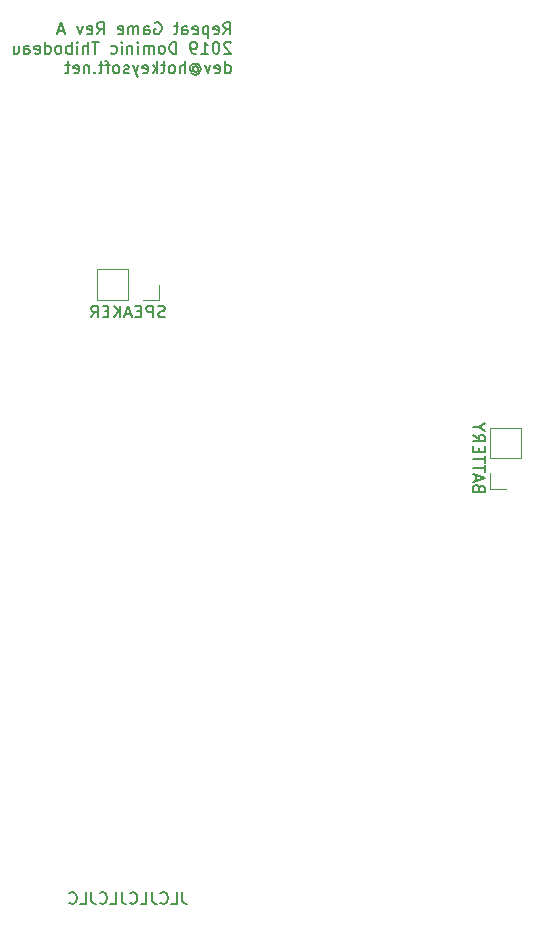
<source format=gbr>
G04 #@! TF.GenerationSoftware,KiCad,Pcbnew,(5.1.4)-1*
G04 #@! TF.CreationDate,2019-10-23T12:43:35-04:00*
G04 #@! TF.ProjectId,RepeatGame,52657065-6174-4476-916d-652e6b696361,A*
G04 #@! TF.SameCoordinates,Original*
G04 #@! TF.FileFunction,Legend,Bot*
G04 #@! TF.FilePolarity,Positive*
%FSLAX46Y46*%
G04 Gerber Fmt 4.6, Leading zero omitted, Abs format (unit mm)*
G04 Created by KiCad (PCBNEW (5.1.4)-1) date 2019-10-23 12:43:35*
%MOMM*%
%LPD*%
G04 APERTURE LIST*
%ADD10C,0.150000*%
%ADD11C,0.120000*%
G04 APERTURE END LIST*
D10*
X139619047Y-106452380D02*
X139619047Y-107166666D01*
X139666666Y-107309523D01*
X139761904Y-107404761D01*
X139904761Y-107452380D01*
X140000000Y-107452380D01*
X138666666Y-107452380D02*
X139142857Y-107452380D01*
X139142857Y-106452380D01*
X137761904Y-107357142D02*
X137809523Y-107404761D01*
X137952380Y-107452380D01*
X138047619Y-107452380D01*
X138190476Y-107404761D01*
X138285714Y-107309523D01*
X138333333Y-107214285D01*
X138380952Y-107023809D01*
X138380952Y-106880952D01*
X138333333Y-106690476D01*
X138285714Y-106595238D01*
X138190476Y-106500000D01*
X138047619Y-106452380D01*
X137952380Y-106452380D01*
X137809523Y-106500000D01*
X137761904Y-106547619D01*
X137047619Y-106452380D02*
X137047619Y-107166666D01*
X137095238Y-107309523D01*
X137190476Y-107404761D01*
X137333333Y-107452380D01*
X137428571Y-107452380D01*
X136095238Y-107452380D02*
X136571428Y-107452380D01*
X136571428Y-106452380D01*
X135190476Y-107357142D02*
X135238095Y-107404761D01*
X135380952Y-107452380D01*
X135476190Y-107452380D01*
X135619047Y-107404761D01*
X135714285Y-107309523D01*
X135761904Y-107214285D01*
X135809523Y-107023809D01*
X135809523Y-106880952D01*
X135761904Y-106690476D01*
X135714285Y-106595238D01*
X135619047Y-106500000D01*
X135476190Y-106452380D01*
X135380952Y-106452380D01*
X135238095Y-106500000D01*
X135190476Y-106547619D01*
X134476190Y-106452380D02*
X134476190Y-107166666D01*
X134523809Y-107309523D01*
X134619047Y-107404761D01*
X134761904Y-107452380D01*
X134857142Y-107452380D01*
X133523809Y-107452380D02*
X134000000Y-107452380D01*
X134000000Y-106452380D01*
X132619047Y-107357142D02*
X132666666Y-107404761D01*
X132809523Y-107452380D01*
X132904761Y-107452380D01*
X133047619Y-107404761D01*
X133142857Y-107309523D01*
X133190476Y-107214285D01*
X133238095Y-107023809D01*
X133238095Y-106880952D01*
X133190476Y-106690476D01*
X133142857Y-106595238D01*
X133047619Y-106500000D01*
X132904761Y-106452380D01*
X132809523Y-106452380D01*
X132666666Y-106500000D01*
X132619047Y-106547619D01*
X131904761Y-106452380D02*
X131904761Y-107166666D01*
X131952380Y-107309523D01*
X132047619Y-107404761D01*
X132190476Y-107452380D01*
X132285714Y-107452380D01*
X130952380Y-107452380D02*
X131428571Y-107452380D01*
X131428571Y-106452380D01*
X130047619Y-107357142D02*
X130095238Y-107404761D01*
X130238095Y-107452380D01*
X130333333Y-107452380D01*
X130476190Y-107404761D01*
X130571428Y-107309523D01*
X130619047Y-107214285D01*
X130666666Y-107023809D01*
X130666666Y-106880952D01*
X130619047Y-106690476D01*
X130571428Y-106595238D01*
X130476190Y-106500000D01*
X130333333Y-106452380D01*
X130238095Y-106452380D01*
X130095238Y-106500000D01*
X130047619Y-106547619D01*
X143092976Y-33802380D02*
X143426309Y-33326190D01*
X143664404Y-33802380D02*
X143664404Y-32802380D01*
X143283452Y-32802380D01*
X143188214Y-32850000D01*
X143140595Y-32897619D01*
X143092976Y-32992857D01*
X143092976Y-33135714D01*
X143140595Y-33230952D01*
X143188214Y-33278571D01*
X143283452Y-33326190D01*
X143664404Y-33326190D01*
X142283452Y-33754761D02*
X142378690Y-33802380D01*
X142569166Y-33802380D01*
X142664404Y-33754761D01*
X142712023Y-33659523D01*
X142712023Y-33278571D01*
X142664404Y-33183333D01*
X142569166Y-33135714D01*
X142378690Y-33135714D01*
X142283452Y-33183333D01*
X142235833Y-33278571D01*
X142235833Y-33373809D01*
X142712023Y-33469047D01*
X141807261Y-33135714D02*
X141807261Y-34135714D01*
X141807261Y-33183333D02*
X141712023Y-33135714D01*
X141521547Y-33135714D01*
X141426309Y-33183333D01*
X141378690Y-33230952D01*
X141331071Y-33326190D01*
X141331071Y-33611904D01*
X141378690Y-33707142D01*
X141426309Y-33754761D01*
X141521547Y-33802380D01*
X141712023Y-33802380D01*
X141807261Y-33754761D01*
X140521547Y-33754761D02*
X140616785Y-33802380D01*
X140807261Y-33802380D01*
X140902500Y-33754761D01*
X140950119Y-33659523D01*
X140950119Y-33278571D01*
X140902500Y-33183333D01*
X140807261Y-33135714D01*
X140616785Y-33135714D01*
X140521547Y-33183333D01*
X140473928Y-33278571D01*
X140473928Y-33373809D01*
X140950119Y-33469047D01*
X139616785Y-33802380D02*
X139616785Y-33278571D01*
X139664404Y-33183333D01*
X139759642Y-33135714D01*
X139950119Y-33135714D01*
X140045357Y-33183333D01*
X139616785Y-33754761D02*
X139712023Y-33802380D01*
X139950119Y-33802380D01*
X140045357Y-33754761D01*
X140092976Y-33659523D01*
X140092976Y-33564285D01*
X140045357Y-33469047D01*
X139950119Y-33421428D01*
X139712023Y-33421428D01*
X139616785Y-33373809D01*
X139283452Y-33135714D02*
X138902500Y-33135714D01*
X139140595Y-32802380D02*
X139140595Y-33659523D01*
X139092976Y-33754761D01*
X138997738Y-33802380D01*
X138902500Y-33802380D01*
X137283452Y-32850000D02*
X137378690Y-32802380D01*
X137521547Y-32802380D01*
X137664404Y-32850000D01*
X137759642Y-32945238D01*
X137807261Y-33040476D01*
X137854880Y-33230952D01*
X137854880Y-33373809D01*
X137807261Y-33564285D01*
X137759642Y-33659523D01*
X137664404Y-33754761D01*
X137521547Y-33802380D01*
X137426309Y-33802380D01*
X137283452Y-33754761D01*
X137235833Y-33707142D01*
X137235833Y-33373809D01*
X137426309Y-33373809D01*
X136378690Y-33802380D02*
X136378690Y-33278571D01*
X136426309Y-33183333D01*
X136521547Y-33135714D01*
X136712023Y-33135714D01*
X136807261Y-33183333D01*
X136378690Y-33754761D02*
X136473928Y-33802380D01*
X136712023Y-33802380D01*
X136807261Y-33754761D01*
X136854880Y-33659523D01*
X136854880Y-33564285D01*
X136807261Y-33469047D01*
X136712023Y-33421428D01*
X136473928Y-33421428D01*
X136378690Y-33373809D01*
X135902500Y-33802380D02*
X135902500Y-33135714D01*
X135902500Y-33230952D02*
X135854880Y-33183333D01*
X135759642Y-33135714D01*
X135616785Y-33135714D01*
X135521547Y-33183333D01*
X135473928Y-33278571D01*
X135473928Y-33802380D01*
X135473928Y-33278571D02*
X135426309Y-33183333D01*
X135331071Y-33135714D01*
X135188214Y-33135714D01*
X135092976Y-33183333D01*
X135045357Y-33278571D01*
X135045357Y-33802380D01*
X134188214Y-33754761D02*
X134283452Y-33802380D01*
X134473928Y-33802380D01*
X134569166Y-33754761D01*
X134616785Y-33659523D01*
X134616785Y-33278571D01*
X134569166Y-33183333D01*
X134473928Y-33135714D01*
X134283452Y-33135714D01*
X134188214Y-33183333D01*
X134140595Y-33278571D01*
X134140595Y-33373809D01*
X134616785Y-33469047D01*
X132378690Y-33802380D02*
X132712023Y-33326190D01*
X132950119Y-33802380D02*
X132950119Y-32802380D01*
X132569166Y-32802380D01*
X132473928Y-32850000D01*
X132426309Y-32897619D01*
X132378690Y-32992857D01*
X132378690Y-33135714D01*
X132426309Y-33230952D01*
X132473928Y-33278571D01*
X132569166Y-33326190D01*
X132950119Y-33326190D01*
X131569166Y-33754761D02*
X131664404Y-33802380D01*
X131854880Y-33802380D01*
X131950119Y-33754761D01*
X131997738Y-33659523D01*
X131997738Y-33278571D01*
X131950119Y-33183333D01*
X131854880Y-33135714D01*
X131664404Y-33135714D01*
X131569166Y-33183333D01*
X131521547Y-33278571D01*
X131521547Y-33373809D01*
X131997738Y-33469047D01*
X131188214Y-33135714D02*
X130950119Y-33802380D01*
X130712023Y-33135714D01*
X129616785Y-33516666D02*
X129140595Y-33516666D01*
X129712023Y-33802380D02*
X129378690Y-32802380D01*
X129045357Y-33802380D01*
X143712023Y-34547619D02*
X143664404Y-34500000D01*
X143569166Y-34452380D01*
X143331071Y-34452380D01*
X143235833Y-34500000D01*
X143188214Y-34547619D01*
X143140595Y-34642857D01*
X143140595Y-34738095D01*
X143188214Y-34880952D01*
X143759642Y-35452380D01*
X143140595Y-35452380D01*
X142521547Y-34452380D02*
X142426309Y-34452380D01*
X142331071Y-34500000D01*
X142283452Y-34547619D01*
X142235833Y-34642857D01*
X142188214Y-34833333D01*
X142188214Y-35071428D01*
X142235833Y-35261904D01*
X142283452Y-35357142D01*
X142331071Y-35404761D01*
X142426309Y-35452380D01*
X142521547Y-35452380D01*
X142616785Y-35404761D01*
X142664404Y-35357142D01*
X142712023Y-35261904D01*
X142759642Y-35071428D01*
X142759642Y-34833333D01*
X142712023Y-34642857D01*
X142664404Y-34547619D01*
X142616785Y-34500000D01*
X142521547Y-34452380D01*
X141235833Y-35452380D02*
X141807261Y-35452380D01*
X141521547Y-35452380D02*
X141521547Y-34452380D01*
X141616785Y-34595238D01*
X141712023Y-34690476D01*
X141807261Y-34738095D01*
X140759642Y-35452380D02*
X140569166Y-35452380D01*
X140473928Y-35404761D01*
X140426309Y-35357142D01*
X140331071Y-35214285D01*
X140283452Y-35023809D01*
X140283452Y-34642857D01*
X140331071Y-34547619D01*
X140378690Y-34500000D01*
X140473928Y-34452380D01*
X140664404Y-34452380D01*
X140759642Y-34500000D01*
X140807261Y-34547619D01*
X140854880Y-34642857D01*
X140854880Y-34880952D01*
X140807261Y-34976190D01*
X140759642Y-35023809D01*
X140664404Y-35071428D01*
X140473928Y-35071428D01*
X140378690Y-35023809D01*
X140331071Y-34976190D01*
X140283452Y-34880952D01*
X139092976Y-35452380D02*
X139092976Y-34452380D01*
X138854880Y-34452380D01*
X138712023Y-34500000D01*
X138616785Y-34595238D01*
X138569166Y-34690476D01*
X138521547Y-34880952D01*
X138521547Y-35023809D01*
X138569166Y-35214285D01*
X138616785Y-35309523D01*
X138712023Y-35404761D01*
X138854880Y-35452380D01*
X139092976Y-35452380D01*
X137950119Y-35452380D02*
X138045357Y-35404761D01*
X138092976Y-35357142D01*
X138140595Y-35261904D01*
X138140595Y-34976190D01*
X138092976Y-34880952D01*
X138045357Y-34833333D01*
X137950119Y-34785714D01*
X137807261Y-34785714D01*
X137712023Y-34833333D01*
X137664404Y-34880952D01*
X137616785Y-34976190D01*
X137616785Y-35261904D01*
X137664404Y-35357142D01*
X137712023Y-35404761D01*
X137807261Y-35452380D01*
X137950119Y-35452380D01*
X137188214Y-35452380D02*
X137188214Y-34785714D01*
X137188214Y-34880952D02*
X137140595Y-34833333D01*
X137045357Y-34785714D01*
X136902500Y-34785714D01*
X136807261Y-34833333D01*
X136759642Y-34928571D01*
X136759642Y-35452380D01*
X136759642Y-34928571D02*
X136712023Y-34833333D01*
X136616785Y-34785714D01*
X136473928Y-34785714D01*
X136378690Y-34833333D01*
X136331071Y-34928571D01*
X136331071Y-35452380D01*
X135854880Y-35452380D02*
X135854880Y-34785714D01*
X135854880Y-34452380D02*
X135902500Y-34500000D01*
X135854880Y-34547619D01*
X135807261Y-34500000D01*
X135854880Y-34452380D01*
X135854880Y-34547619D01*
X135378690Y-34785714D02*
X135378690Y-35452380D01*
X135378690Y-34880952D02*
X135331071Y-34833333D01*
X135235833Y-34785714D01*
X135092976Y-34785714D01*
X134997738Y-34833333D01*
X134950119Y-34928571D01*
X134950119Y-35452380D01*
X134473928Y-35452380D02*
X134473928Y-34785714D01*
X134473928Y-34452380D02*
X134521547Y-34500000D01*
X134473928Y-34547619D01*
X134426309Y-34500000D01*
X134473928Y-34452380D01*
X134473928Y-34547619D01*
X133569166Y-35404761D02*
X133664404Y-35452380D01*
X133854880Y-35452380D01*
X133950119Y-35404761D01*
X133997738Y-35357142D01*
X134045357Y-35261904D01*
X134045357Y-34976190D01*
X133997738Y-34880952D01*
X133950119Y-34833333D01*
X133854880Y-34785714D01*
X133664404Y-34785714D01*
X133569166Y-34833333D01*
X132521547Y-34452380D02*
X131950119Y-34452380D01*
X132235833Y-35452380D02*
X132235833Y-34452380D01*
X131616785Y-35452380D02*
X131616785Y-34452380D01*
X131188214Y-35452380D02*
X131188214Y-34928571D01*
X131235833Y-34833333D01*
X131331071Y-34785714D01*
X131473928Y-34785714D01*
X131569166Y-34833333D01*
X131616785Y-34880952D01*
X130712023Y-35452380D02*
X130712023Y-34785714D01*
X130712023Y-34452380D02*
X130759642Y-34500000D01*
X130712023Y-34547619D01*
X130664404Y-34500000D01*
X130712023Y-34452380D01*
X130712023Y-34547619D01*
X130235833Y-35452380D02*
X130235833Y-34452380D01*
X130235833Y-34833333D02*
X130140595Y-34785714D01*
X129950119Y-34785714D01*
X129854880Y-34833333D01*
X129807261Y-34880952D01*
X129759642Y-34976190D01*
X129759642Y-35261904D01*
X129807261Y-35357142D01*
X129854880Y-35404761D01*
X129950119Y-35452380D01*
X130140595Y-35452380D01*
X130235833Y-35404761D01*
X129188214Y-35452380D02*
X129283452Y-35404761D01*
X129331071Y-35357142D01*
X129378690Y-35261904D01*
X129378690Y-34976190D01*
X129331071Y-34880952D01*
X129283452Y-34833333D01*
X129188214Y-34785714D01*
X129045357Y-34785714D01*
X128950119Y-34833333D01*
X128902500Y-34880952D01*
X128854880Y-34976190D01*
X128854880Y-35261904D01*
X128902500Y-35357142D01*
X128950119Y-35404761D01*
X129045357Y-35452380D01*
X129188214Y-35452380D01*
X127997738Y-35452380D02*
X127997738Y-34452380D01*
X127997738Y-35404761D02*
X128092976Y-35452380D01*
X128283452Y-35452380D01*
X128378690Y-35404761D01*
X128426309Y-35357142D01*
X128473928Y-35261904D01*
X128473928Y-34976190D01*
X128426309Y-34880952D01*
X128378690Y-34833333D01*
X128283452Y-34785714D01*
X128092976Y-34785714D01*
X127997738Y-34833333D01*
X127140595Y-35404761D02*
X127235833Y-35452380D01*
X127426309Y-35452380D01*
X127521547Y-35404761D01*
X127569166Y-35309523D01*
X127569166Y-34928571D01*
X127521547Y-34833333D01*
X127426309Y-34785714D01*
X127235833Y-34785714D01*
X127140595Y-34833333D01*
X127092976Y-34928571D01*
X127092976Y-35023809D01*
X127569166Y-35119047D01*
X126235833Y-35452380D02*
X126235833Y-34928571D01*
X126283452Y-34833333D01*
X126378690Y-34785714D01*
X126569166Y-34785714D01*
X126664404Y-34833333D01*
X126235833Y-35404761D02*
X126331071Y-35452380D01*
X126569166Y-35452380D01*
X126664404Y-35404761D01*
X126712023Y-35309523D01*
X126712023Y-35214285D01*
X126664404Y-35119047D01*
X126569166Y-35071428D01*
X126331071Y-35071428D01*
X126235833Y-35023809D01*
X125331071Y-34785714D02*
X125331071Y-35452380D01*
X125759642Y-34785714D02*
X125759642Y-35309523D01*
X125712023Y-35404761D01*
X125616785Y-35452380D01*
X125473928Y-35452380D01*
X125378690Y-35404761D01*
X125331071Y-35357142D01*
X143235833Y-37102380D02*
X143235833Y-36102380D01*
X143235833Y-37054761D02*
X143331071Y-37102380D01*
X143521547Y-37102380D01*
X143616785Y-37054761D01*
X143664404Y-37007142D01*
X143712023Y-36911904D01*
X143712023Y-36626190D01*
X143664404Y-36530952D01*
X143616785Y-36483333D01*
X143521547Y-36435714D01*
X143331071Y-36435714D01*
X143235833Y-36483333D01*
X142378690Y-37054761D02*
X142473928Y-37102380D01*
X142664404Y-37102380D01*
X142759642Y-37054761D01*
X142807261Y-36959523D01*
X142807261Y-36578571D01*
X142759642Y-36483333D01*
X142664404Y-36435714D01*
X142473928Y-36435714D01*
X142378690Y-36483333D01*
X142331071Y-36578571D01*
X142331071Y-36673809D01*
X142807261Y-36769047D01*
X141997738Y-36435714D02*
X141759642Y-37102380D01*
X141521547Y-36435714D01*
X140521547Y-36626190D02*
X140569166Y-36578571D01*
X140664404Y-36530952D01*
X140759642Y-36530952D01*
X140854880Y-36578571D01*
X140902500Y-36626190D01*
X140950119Y-36721428D01*
X140950119Y-36816666D01*
X140902500Y-36911904D01*
X140854880Y-36959523D01*
X140759642Y-37007142D01*
X140664404Y-37007142D01*
X140569166Y-36959523D01*
X140521547Y-36911904D01*
X140521547Y-36530952D02*
X140521547Y-36911904D01*
X140473928Y-36959523D01*
X140426309Y-36959523D01*
X140331071Y-36911904D01*
X140283452Y-36816666D01*
X140283452Y-36578571D01*
X140378690Y-36435714D01*
X140521547Y-36340476D01*
X140712023Y-36292857D01*
X140902500Y-36340476D01*
X141045357Y-36435714D01*
X141140595Y-36578571D01*
X141188214Y-36769047D01*
X141140595Y-36959523D01*
X141045357Y-37102380D01*
X140902500Y-37197619D01*
X140712023Y-37245238D01*
X140521547Y-37197619D01*
X140378690Y-37102380D01*
X139854880Y-37102380D02*
X139854880Y-36102380D01*
X139426309Y-37102380D02*
X139426309Y-36578571D01*
X139473928Y-36483333D01*
X139569166Y-36435714D01*
X139712023Y-36435714D01*
X139807261Y-36483333D01*
X139854880Y-36530952D01*
X138807261Y-37102380D02*
X138902500Y-37054761D01*
X138950119Y-37007142D01*
X138997738Y-36911904D01*
X138997738Y-36626190D01*
X138950119Y-36530952D01*
X138902500Y-36483333D01*
X138807261Y-36435714D01*
X138664404Y-36435714D01*
X138569166Y-36483333D01*
X138521547Y-36530952D01*
X138473928Y-36626190D01*
X138473928Y-36911904D01*
X138521547Y-37007142D01*
X138569166Y-37054761D01*
X138664404Y-37102380D01*
X138807261Y-37102380D01*
X138188214Y-36435714D02*
X137807261Y-36435714D01*
X138045357Y-36102380D02*
X138045357Y-36959523D01*
X137997738Y-37054761D01*
X137902500Y-37102380D01*
X137807261Y-37102380D01*
X137473928Y-37102380D02*
X137473928Y-36102380D01*
X137378690Y-36721428D02*
X137092976Y-37102380D01*
X137092976Y-36435714D02*
X137473928Y-36816666D01*
X136283452Y-37054761D02*
X136378690Y-37102380D01*
X136569166Y-37102380D01*
X136664404Y-37054761D01*
X136712023Y-36959523D01*
X136712023Y-36578571D01*
X136664404Y-36483333D01*
X136569166Y-36435714D01*
X136378690Y-36435714D01*
X136283452Y-36483333D01*
X136235833Y-36578571D01*
X136235833Y-36673809D01*
X136712023Y-36769047D01*
X135902500Y-36435714D02*
X135664404Y-37102380D01*
X135426309Y-36435714D02*
X135664404Y-37102380D01*
X135759642Y-37340476D01*
X135807261Y-37388095D01*
X135902500Y-37435714D01*
X135092976Y-37054761D02*
X134997738Y-37102380D01*
X134807261Y-37102380D01*
X134712023Y-37054761D01*
X134664404Y-36959523D01*
X134664404Y-36911904D01*
X134712023Y-36816666D01*
X134807261Y-36769047D01*
X134950119Y-36769047D01*
X135045357Y-36721428D01*
X135092976Y-36626190D01*
X135092976Y-36578571D01*
X135045357Y-36483333D01*
X134950119Y-36435714D01*
X134807261Y-36435714D01*
X134712023Y-36483333D01*
X134092976Y-37102380D02*
X134188214Y-37054761D01*
X134235833Y-37007142D01*
X134283452Y-36911904D01*
X134283452Y-36626190D01*
X134235833Y-36530952D01*
X134188214Y-36483333D01*
X134092976Y-36435714D01*
X133950119Y-36435714D01*
X133854880Y-36483333D01*
X133807261Y-36530952D01*
X133759642Y-36626190D01*
X133759642Y-36911904D01*
X133807261Y-37007142D01*
X133854880Y-37054761D01*
X133950119Y-37102380D01*
X134092976Y-37102380D01*
X133473928Y-36435714D02*
X133092976Y-36435714D01*
X133331071Y-37102380D02*
X133331071Y-36245238D01*
X133283452Y-36150000D01*
X133188214Y-36102380D01*
X133092976Y-36102380D01*
X132902500Y-36435714D02*
X132521547Y-36435714D01*
X132759642Y-36102380D02*
X132759642Y-36959523D01*
X132712023Y-37054761D01*
X132616785Y-37102380D01*
X132521547Y-37102380D01*
X132188214Y-37007142D02*
X132140595Y-37054761D01*
X132188214Y-37102380D01*
X132235833Y-37054761D01*
X132188214Y-37007142D01*
X132188214Y-37102380D01*
X131712023Y-36435714D02*
X131712023Y-37102380D01*
X131712023Y-36530952D02*
X131664404Y-36483333D01*
X131569166Y-36435714D01*
X131426309Y-36435714D01*
X131331071Y-36483333D01*
X131283452Y-36578571D01*
X131283452Y-37102380D01*
X130426309Y-37054761D02*
X130521547Y-37102380D01*
X130712023Y-37102380D01*
X130807261Y-37054761D01*
X130854880Y-36959523D01*
X130854880Y-36578571D01*
X130807261Y-36483333D01*
X130712023Y-36435714D01*
X130521547Y-36435714D01*
X130426309Y-36483333D01*
X130378690Y-36578571D01*
X130378690Y-36673809D01*
X130854880Y-36769047D01*
X130092976Y-36435714D02*
X129712023Y-36435714D01*
X129950119Y-36102380D02*
X129950119Y-36959523D01*
X129902500Y-37054761D01*
X129807261Y-37102380D01*
X129712023Y-37102380D01*
D11*
X165670000Y-72330000D02*
X167000000Y-72330000D01*
X165670000Y-71000000D02*
X165670000Y-72330000D01*
X165670000Y-69730000D02*
X168330000Y-69730000D01*
X168330000Y-69730000D02*
X168330000Y-67130000D01*
X165670000Y-69730000D02*
X165670000Y-67130000D01*
X165670000Y-67130000D02*
X168330000Y-67130000D01*
X137605000Y-56330000D02*
X137605000Y-55000000D01*
X136275000Y-56330000D02*
X137605000Y-56330000D01*
X135005000Y-56330000D02*
X135005000Y-53670000D01*
X135005000Y-53670000D02*
X132405000Y-53670000D01*
X135005000Y-56330000D02*
X132405000Y-56330000D01*
X132405000Y-56330000D02*
X132405000Y-53670000D01*
D10*
X164741428Y-72230000D02*
X164693809Y-72087142D01*
X164646190Y-72039523D01*
X164550952Y-71991904D01*
X164408095Y-71991904D01*
X164312857Y-72039523D01*
X164265238Y-72087142D01*
X164217619Y-72182380D01*
X164217619Y-72563333D01*
X165217619Y-72563333D01*
X165217619Y-72230000D01*
X165170000Y-72134761D01*
X165122380Y-72087142D01*
X165027142Y-72039523D01*
X164931904Y-72039523D01*
X164836666Y-72087142D01*
X164789047Y-72134761D01*
X164741428Y-72230000D01*
X164741428Y-72563333D01*
X164503333Y-71610952D02*
X164503333Y-71134761D01*
X164217619Y-71706190D02*
X165217619Y-71372857D01*
X164217619Y-71039523D01*
X165217619Y-70849047D02*
X165217619Y-70277619D01*
X164217619Y-70563333D02*
X165217619Y-70563333D01*
X165217619Y-70087142D02*
X165217619Y-69515714D01*
X164217619Y-69801428D02*
X165217619Y-69801428D01*
X164741428Y-69182380D02*
X164741428Y-68849047D01*
X164217619Y-68706190D02*
X164217619Y-69182380D01*
X165217619Y-69182380D01*
X165217619Y-68706190D01*
X164217619Y-67706190D02*
X164693809Y-68039523D01*
X164217619Y-68277619D02*
X165217619Y-68277619D01*
X165217619Y-67896666D01*
X165170000Y-67801428D01*
X165122380Y-67753809D01*
X165027142Y-67706190D01*
X164884285Y-67706190D01*
X164789047Y-67753809D01*
X164741428Y-67801428D01*
X164693809Y-67896666D01*
X164693809Y-68277619D01*
X164693809Y-67087142D02*
X164217619Y-67087142D01*
X165217619Y-67420476D02*
X164693809Y-67087142D01*
X165217619Y-66753809D01*
X138124047Y-57734761D02*
X137981190Y-57782380D01*
X137743095Y-57782380D01*
X137647857Y-57734761D01*
X137600238Y-57687142D01*
X137552619Y-57591904D01*
X137552619Y-57496666D01*
X137600238Y-57401428D01*
X137647857Y-57353809D01*
X137743095Y-57306190D01*
X137933571Y-57258571D01*
X138028809Y-57210952D01*
X138076428Y-57163333D01*
X138124047Y-57068095D01*
X138124047Y-56972857D01*
X138076428Y-56877619D01*
X138028809Y-56830000D01*
X137933571Y-56782380D01*
X137695476Y-56782380D01*
X137552619Y-56830000D01*
X137124047Y-57782380D02*
X137124047Y-56782380D01*
X136743095Y-56782380D01*
X136647857Y-56830000D01*
X136600238Y-56877619D01*
X136552619Y-56972857D01*
X136552619Y-57115714D01*
X136600238Y-57210952D01*
X136647857Y-57258571D01*
X136743095Y-57306190D01*
X137124047Y-57306190D01*
X136124047Y-57258571D02*
X135790714Y-57258571D01*
X135647857Y-57782380D02*
X136124047Y-57782380D01*
X136124047Y-56782380D01*
X135647857Y-56782380D01*
X135266904Y-57496666D02*
X134790714Y-57496666D01*
X135362142Y-57782380D02*
X135028809Y-56782380D01*
X134695476Y-57782380D01*
X134362142Y-57782380D02*
X134362142Y-56782380D01*
X133790714Y-57782380D02*
X134219285Y-57210952D01*
X133790714Y-56782380D02*
X134362142Y-57353809D01*
X133362142Y-57258571D02*
X133028809Y-57258571D01*
X132885952Y-57782380D02*
X133362142Y-57782380D01*
X133362142Y-56782380D01*
X132885952Y-56782380D01*
X131885952Y-57782380D02*
X132219285Y-57306190D01*
X132457380Y-57782380D02*
X132457380Y-56782380D01*
X132076428Y-56782380D01*
X131981190Y-56830000D01*
X131933571Y-56877619D01*
X131885952Y-56972857D01*
X131885952Y-57115714D01*
X131933571Y-57210952D01*
X131981190Y-57258571D01*
X132076428Y-57306190D01*
X132457380Y-57306190D01*
M02*

</source>
